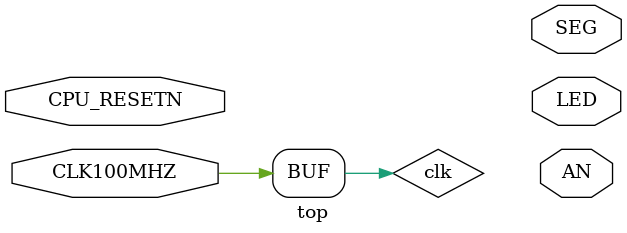
<source format=v>
`timescale 1ns / 1ps


module top(
    input         CLK100MHZ,
    input         CPU_RESETN,
    output [15:0] LED,
    output [7:0]  SEG,
    output [7:0]  AN
);
    wire   clk;
    wire   rst;
    assign clk     = CLK100MHZ;
    assign rst     = ~CPU_RESETN;
    assign LED16_R = rst;

    riscv CPU(
        .clk(clk),
        .rst(rst)
    );

    
endmodule

</source>
